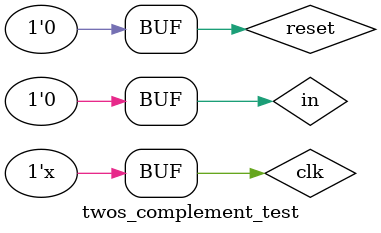
<source format=v>
`timescale 1ns / 1ps


module twos_complement_test;

	// Inputs
	reg in;
	reg clk;
	reg reset;

	// Outputs
	wire out;

	// Instantiate the Unit Under Test (UUT)
	twos_complement uut (
		.in(in), 
		.clk(clk), 
		.reset(reset), 
		.out(out)
	);

	initial begin
		// Initialize Inputs
		in = 0;
		clk = 0;
		reset = 0;

		// Wait 100 ns for global reset to finish
		#100;
        
		// Add stimulus here

	end
	
	always begin
		
		#20;
		in=0;
		#20;
		in=0;
		#20;
		in=1;
		#20;
		in=1;
		#20;
		in=1;#20;
		in=1;#20;
		in=1;#20;
		in=0;#20;
		in=1;#20;
		in=1;#20;
		in=0;#20;
		reset=1;
		in=0;
		#20;
		in=1;#20;
		in=0;#20;
		#300;
		reset=0;
	end
	always  begin
		clk = !clk;
		#10;
	end
      
endmodule


</source>
